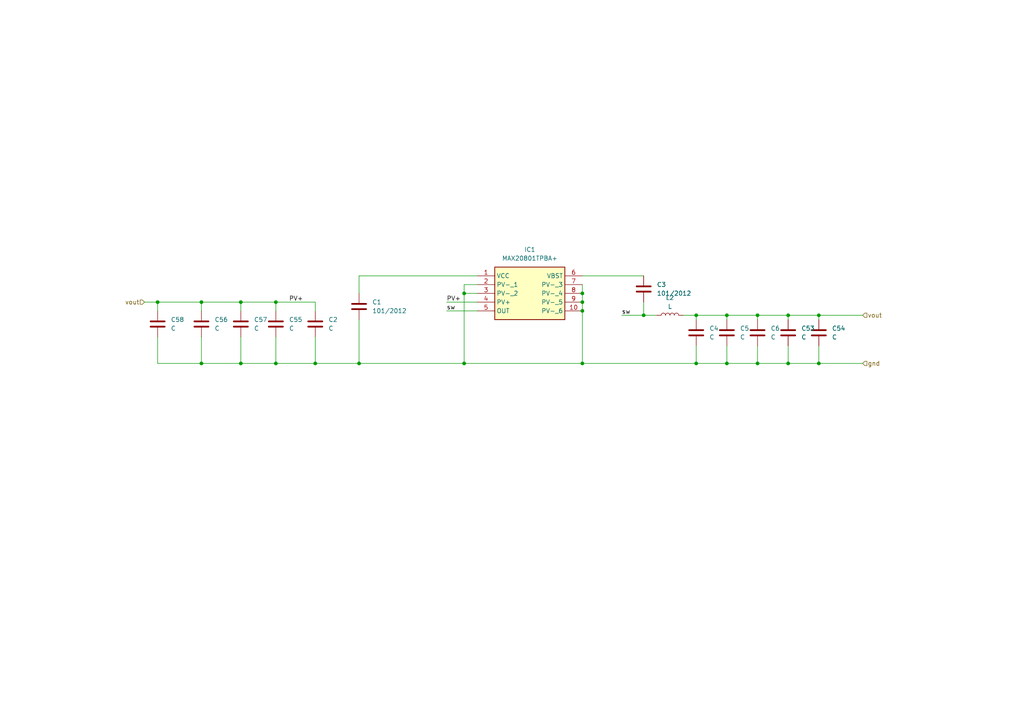
<source format=kicad_sch>
(kicad_sch (version 20250114) (generator "eeschema") (generator_version "9.0")
  (paper "A4")
  (lib_symbols
    (symbol "Device:L" (pin_numbers (hide yes)) (pin_names (offset 1.016) (hide yes))
      (property "Reference" "L" (at -1.27 0 90))
      (property "Value" "L" (at 1.905 0 90))
      (symbol "L_0_1"
        (arc (start 0 2.54) (mid 0.6323 1.905) (end 0 1.27))
        (arc (start 0 1.27) (mid 0.6323 0.635) (end 0 0))
        (arc (start 0 0) (mid 0.6323 -0.635) (end 0 -1.27))
        (arc (start 0 -1.27) (mid 0.6323 -1.905) (end 0 -2.54))
      )
      (symbol "L_1_1"
        (pin passive line (at 0 3.81 270) (length 1.27) (name "1") (number "1"))
        (pin passive line (at 0 -3.81 90) (length 1.27) (name "2") (number "2"))
      )
    )
    (symbol "common:C" (pin_numbers (hide yes)) (pin_names (offset 0.254))
      (property "Reference" "C" (at 0.635 2.54 0))
      (property "Value" "C" (at 0.635 -2.54 0))
      (symbol "C_0_1"
        (polyline (pts (xy -2.032 0.762) (xy 2.032 0.762)) (stroke (width 0.508)))
        (polyline (pts (xy -2.032 -0.762) (xy 2.032 -0.762)) (stroke (width 0.508)))
      )
      (symbol "C_1_1"
        (pin passive line (at 0 3.81 270) (length 2.794) (name "~") (number "1"))
        (pin passive line (at 0 -3.81 90) (length 2.794) (name "~") (number "2"))
      )
    )
    (symbol "power_gen:MAX20801TPBA+"
      (property "Reference" "IC" (at 26.67 7.62 0))
      (property "Value" "MAX20801TPBA+" (at 26.67 5.08 0))
      (symbol "MAX20801TPBA+_1_1"
        (rectangle (start 5.08 2.54) (end 25.4 -12.7) (stroke (width 0.254)) (fill (type background)))
        (pin passive line (at 0 0 0) (length 5.08) (name "VCC") (number "1"))
        (pin passive line (at 0 -2.54 0) (length 5.08) (name "PV-_1") (number "2"))
        (pin passive line (at 0 -5.08 0) (length 5.08) (name "PV-_2") (number "3"))
        (pin passive line (at 0 -7.62 0) (length 5.08) (name "PV+") (number "4"))
        (pin passive line (at 0 -10.16 0) (length 5.08) (name "OUT") (number "5"))
        (pin passive line (at 30.48 0 180) (length 5.08) (name "VBST") (number "6"))
        (pin passive line (at 30.48 -2.54 180) (length 5.08) (name "PV-_3") (number "7"))
        (pin passive line (at 30.48 -5.08 180) (length 5.08) (name "PV-_4") (number "8"))
        (pin passive line (at 30.48 -7.62 180) (length 5.08) (name "PV-_5") (number "9"))
        (pin passive line (at 30.48 -10.16 180) (length 5.08) (name "PV-_6") (number "10"))
      )
    )
  )
  (junction (at 219.71 105.41))
  (junction (at 134.62 105.41))
  (junction (at 91.44 105.41))
  (junction (at 219.71 91.44))
  (junction (at 168.91 90.17))
  (junction (at 45.72 87.63))
  (junction (at 237.49 91.44))
  (junction (at 168.91 85.09))
  (junction (at 58.42 87.63))
  (junction (at 69.85 87.63))
  (junction (at 186.69 91.44))
  (junction (at 80.01 87.63))
  (junction (at 80.01 105.41))
  (junction (at 228.6 105.41))
  (junction (at 210.82 105.41))
  (junction (at 210.82 91.44))
  (junction (at 134.62 85.09))
  (junction (at 168.91 105.41))
  (junction (at 201.93 91.44))
  (junction (at 201.93 105.41))
  (junction (at 69.85 105.41))
  (junction (at 237.49 105.41))
  (junction (at 228.6 91.44))
  (junction (at 168.91 87.63))
  (junction (at 58.42 105.41))
  (junction (at 104.14 105.41))
  (wire (pts (xy 80.01 105.41) (xy 91.44 105.41)))
  (wire (pts (xy 237.49 100.33) (xy 237.49 105.41)))
  (wire (pts (xy 91.44 87.63) (xy 91.44 90.17)))
  (wire (pts (xy 219.71 105.41) (xy 210.82 105.41)))
  (wire (pts (xy 58.42 87.63) (xy 69.85 87.63)))
  (wire (pts (xy 129.54 87.63) (xy 138.43 87.63)))
  (wire (pts (xy 186.69 91.44) (xy 190.5 91.44)))
  (wire (pts (xy 201.93 91.44) (xy 201.93 92.71)))
  (wire (pts (xy 134.62 85.09) (xy 138.43 85.09)))
  (wire (pts (xy 104.14 80.01) (xy 104.14 85.09)))
  (wire (pts (xy 198.12 91.44) (xy 201.93 91.44)))
  (wire (pts (xy 134.62 82.55) (xy 134.62 85.09)))
  (wire (pts (xy 129.54 90.17) (xy 138.43 90.17)))
  (wire (pts (xy 168.91 80.01) (xy 186.69 80.01)))
  (wire (pts (xy 58.42 105.41) (xy 69.85 105.41)))
  (wire (pts (xy 58.42 87.63) (xy 58.42 90.17)))
  (wire (pts (xy 210.82 105.41) (xy 201.93 105.41)))
  (wire (pts (xy 219.71 100.33) (xy 219.71 105.41)))
  (wire (pts (xy 237.49 91.44) (xy 237.49 92.71)))
  (wire (pts (xy 237.49 105.41) (xy 228.6 105.41)))
  (wire (pts (xy 45.72 87.63) (xy 58.42 87.63)))
  (wire (pts (xy 210.82 91.44) (xy 210.82 92.71)))
  (wire (pts (xy 210.82 100.33) (xy 210.82 105.41)))
  (wire (pts (xy 219.71 91.44) (xy 228.6 91.44)))
  (wire (pts (xy 45.72 87.63) (xy 45.72 90.17)))
  (wire (pts (xy 104.14 80.01) (xy 138.43 80.01)))
  (wire (pts (xy 138.43 82.55) (xy 134.62 82.55)))
  (wire (pts (xy 104.14 92.71) (xy 104.14 105.41)))
  (wire (pts (xy 80.01 87.63) (xy 80.01 90.17)))
  (wire (pts (xy 210.82 91.44) (xy 219.71 91.44)))
  (wire (pts (xy 41.91 87.63) (xy 45.72 87.63)))
  (wire (pts (xy 69.85 97.79) (xy 69.85 105.41)))
  (wire (pts (xy 58.42 97.79) (xy 58.42 105.41)))
  (wire (pts (xy 168.91 82.55) (xy 168.91 85.09)))
  (wire (pts (xy 180.34 91.44) (xy 186.69 91.44)))
  (wire (pts (xy 134.62 85.09) (xy 134.62 105.41)))
  (wire (pts (xy 80.01 87.63) (xy 91.44 87.63)))
  (wire (pts (xy 237.49 91.44) (xy 250.19 91.44)))
  (wire (pts (xy 91.44 105.41) (xy 104.14 105.41)))
  (wire (pts (xy 45.72 105.41) (xy 58.42 105.41)))
  (wire (pts (xy 219.71 91.44) (xy 219.71 92.71)))
  (wire (pts (xy 69.85 87.63) (xy 69.85 90.17)))
  (wire (pts (xy 104.14 105.41) (xy 134.62 105.41)))
  (wire (pts (xy 168.91 87.63) (xy 168.91 90.17)))
  (wire (pts (xy 186.69 87.63) (xy 186.69 91.44)))
  (wire (pts (xy 228.6 91.44) (xy 228.6 92.71)))
  (wire (pts (xy 228.6 100.33) (xy 228.6 105.41)))
  (wire (pts (xy 201.93 105.41) (xy 201.93 100.33)))
  (wire (pts (xy 168.91 90.17) (xy 168.91 105.41)))
  (wire (pts (xy 80.01 97.79) (xy 80.01 105.41)))
  (wire (pts (xy 168.91 85.09) (xy 168.91 87.63)))
  (wire (pts (xy 201.93 91.44) (xy 210.82 91.44)))
  (wire (pts (xy 69.85 105.41) (xy 80.01 105.41)))
  (wire (pts (xy 91.44 97.79) (xy 91.44 105.41)))
  (wire (pts (xy 69.85 87.63) (xy 80.01 87.63)))
  (wire (pts (xy 228.6 105.41) (xy 219.71 105.41)))
  (wire (pts (xy 168.91 105.41) (xy 201.93 105.41)))
  (wire (pts (xy 45.72 97.79) (xy 45.72 105.41)))
  (wire (pts (xy 228.6 91.44) (xy 237.49 91.44)))
  (wire (pts (xy 237.49 105.41) (xy 250.19 105.41)))
  (wire (pts (xy 134.62 105.41) (xy 168.91 105.41)))
  (label "PV+" (at 83.82 87.63 0))
  (label "sw" (at 180.34 91.44 0))
  (label "sw" (at 129.54 90.17 0))
  (label "PV+" (at 129.54 87.63 0))
  (hierarchical_label "gnd" (shape input) (at 250.19 105.41 0))
  (hierarchical_label "vout" (shape input) (at 41.91 87.63 180))
  (hierarchical_label "vout" (shape input) (at 250.19 91.44 0))
  (symbol (lib_id "common:C") (at 228.6 96.52 0) (unit 1)
    (property "Reference" "C53" (at 232.41 95.2499 0) (effects (justify left)))
    (property "Value" "C" (at 232.41 97.7899 0) (effects (justify left)))
    (property "Description" "Unpolarized capacitor" (effects (hide yes)))
    (property "Part Number" "any" (effects (hide yes)))
    (property "Manufacturer" "any" (effects (hide yes)))
  )
  (symbol (lib_id "common:C") (at 104.14 88.9 0) (unit 1)
    (property "Reference" "C1" (at 107.95 87.6299 0) (effects (justify left)))
    (property "Value" "101/2012" (at 107.95 90.1699 0) (effects (justify left)))
    (property "Description" "Unpolarized capacitor" (effects (hide yes)))
    (property "Part Number" "any" (effects (hide yes)))
    (property "Manufacturer" "any" (effects (hide yes)))
  )
  (symbol (lib_id "power_gen:MAX20801TPBA+") (at 138.43 80.01 0) (unit 1)
    (property "Reference" "IC1" (at 153.67 72.39 0))
    (property "Value" "MAX20801TPBA+" (at 153.67 74.93 0))
    (property "Footprint" "power_gen:MAX20801TPBA" (effects (hide yes)))
    (property "Datasheet" "https://4donline.ihs.com/images/VipMasterIC/IC/MAXM/MAXM-S-A0010840960/MAXM-S-A0010841059-1.pdf?hkey=EF798316E3902B6ED9A73243A3159BB0" (effects (hide yes)))
    (property "Description" "Power Management Specialized - PMIC Vega - VE12 Derivative MPPT to work in VE29 platform in conjunction with AM58" (effects (hide yes)))
    (property "Height" "1" (effects (hide yes)))
    (property "Mouser Part Number" "700-MAX20801TPBA+" (effects (hide yes)))
    (property "Mouser Price/Stock" "https://www.mouser.co.uk/ProductDetail/Maxim-Integrated/MAX20801TPBA%2b?qs=uwxL4vQweFNbyOzW5%252BTeKQ%3D%3D" (effects (hide yes)))
    (property "Manufacturer_Name" "Analog Devices" (effects (hide yes)))
    (property "Manufacturer_Part_Number" "MAX20801TPBA+" (effects (hide yes)))
  )
  (symbol (lib_id "common:C") (at 210.82 96.52 0) (unit 1)
    (property "Reference" "C5" (at 214.63 95.2499 0) (effects (justify left)))
    (property "Value" "C" (at 214.63 97.7899 0) (effects (justify left)))
    (property "Description" "Unpolarized capacitor" (effects (hide yes)))
    (property "Part Number" "any" (effects (hide yes)))
    (property "Manufacturer" "any" (effects (hide yes)))
  )
  (symbol (lib_id "Device:L") (at 194.31 91.44 90) (unit 1)
    (property "Reference" "L2" (at 194.31 86.36 90))
    (property "Value" "L" (at 194.31 88.9 90))
    (property "Description" "Inductor" (effects (hide yes)))
  )
  (symbol (lib_id "common:C") (at 91.44 93.98 0) (unit 1)
    (property "Reference" "C2" (at 95.25 92.7099 0) (effects (justify left)))
    (property "Value" "C" (at 95.25 95.2499 0) (effects (justify left)))
    (property "Description" "Unpolarized capacitor" (effects (hide yes)))
    (property "Part Number" "any" (effects (hide yes)))
    (property "Manufacturer" "any" (effects (hide yes)))
  )
  (symbol (lib_id "common:C") (at 69.85 93.98 0) (unit 1)
    (property "Reference" "C57" (at 73.66 92.7099 0) (effects (justify left)))
    (property "Value" "C" (at 73.66 95.2499 0) (effects (justify left)))
    (property "Description" "Unpolarized capacitor" (effects (hide yes)))
    (property "Part Number" "any" (effects (hide yes)))
    (property "Manufacturer" "any" (effects (hide yes)))
  )
  (symbol (lib_id "common:C") (at 201.93 96.52 0) (unit 1)
    (property "Reference" "C4" (at 205.74 95.2499 0) (effects (justify left)))
    (property "Value" "C" (at 205.74 97.7899 0) (effects (justify left)))
    (property "Description" "Unpolarized capacitor" (effects (hide yes)))
    (property "Part Number" "any" (effects (hide yes)))
    (property "Manufacturer" "any" (effects (hide yes)))
  )
  (symbol (lib_id "common:C") (at 45.72 93.98 0) (unit 1)
    (property "Reference" "C58" (at 49.53 92.7099 0) (effects (justify left)))
    (property "Value" "C" (at 49.53 95.2499 0) (effects (justify left)))
    (property "Description" "Unpolarized capacitor" (effects (hide yes)))
    (property "Part Number" "any" (effects (hide yes)))
    (property "Manufacturer" "any" (effects (hide yes)))
  )
  (symbol (lib_id "common:C") (at 58.42 93.98 0) (unit 1)
    (property "Reference" "C56" (at 62.23 92.7099 0) (effects (justify left)))
    (property "Value" "C" (at 62.23 95.2499 0) (effects (justify left)))
    (property "Description" "Unpolarized capacitor" (effects (hide yes)))
    (property "Part Number" "any" (effects (hide yes)))
    (property "Manufacturer" "any" (effects (hide yes)))
  )
  (symbol (lib_id "common:C") (at 219.71 96.52 0) (unit 1)
    (property "Reference" "C6" (at 223.52 95.2499 0) (effects (justify left)))
    (property "Value" "C" (at 223.52 97.7899 0) (effects (justify left)))
    (property "Description" "Unpolarized capacitor" (effects (hide yes)))
    (property "Part Number" "any" (effects (hide yes)))
    (property "Manufacturer" "any" (effects (hide yes)))
  )
  (symbol (lib_id "common:C") (at 186.69 83.82 0) (unit 1)
    (property "Reference" "C3" (at 190.5 82.5499 0) (effects (justify left)))
    (property "Value" "101/2012" (at 190.5 85.0899 0) (effects (justify left)))
    (property "Description" "Unpolarized capacitor" (effects (hide yes)))
    (property "Part Number" "any" (effects (hide yes)))
    (property "Manufacturer" "any" (effects (hide yes)))
  )
  (symbol (lib_id "common:C") (at 80.01 93.98 0) (unit 1)
    (property "Reference" "C55" (at 83.82 92.7099 0) (effects (justify left)))
    (property "Value" "C" (at 83.82 95.2499 0) (effects (justify left)))
    (property "Description" "Unpolarized capacitor" (effects (hide yes)))
    (property "Part Number" "any" (effects (hide yes)))
    (property "Manufacturer" "any" (effects (hide yes)))
  )
  (symbol (lib_id "common:C") (at 237.49 96.52 0) (unit 1)
    (property "Reference" "C54" (at 241.3 95.2499 0) (effects (justify left)))
    (property "Value" "C" (at 241.3 97.7899 0) (effects (justify left)))
    (property "Description" "Unpolarized capacitor" (effects (hide yes)))
    (property "Part Number" "any" (effects (hide yes)))
    (property "Manufacturer" "any" (effects (hide yes)))
  )
)
</source>
